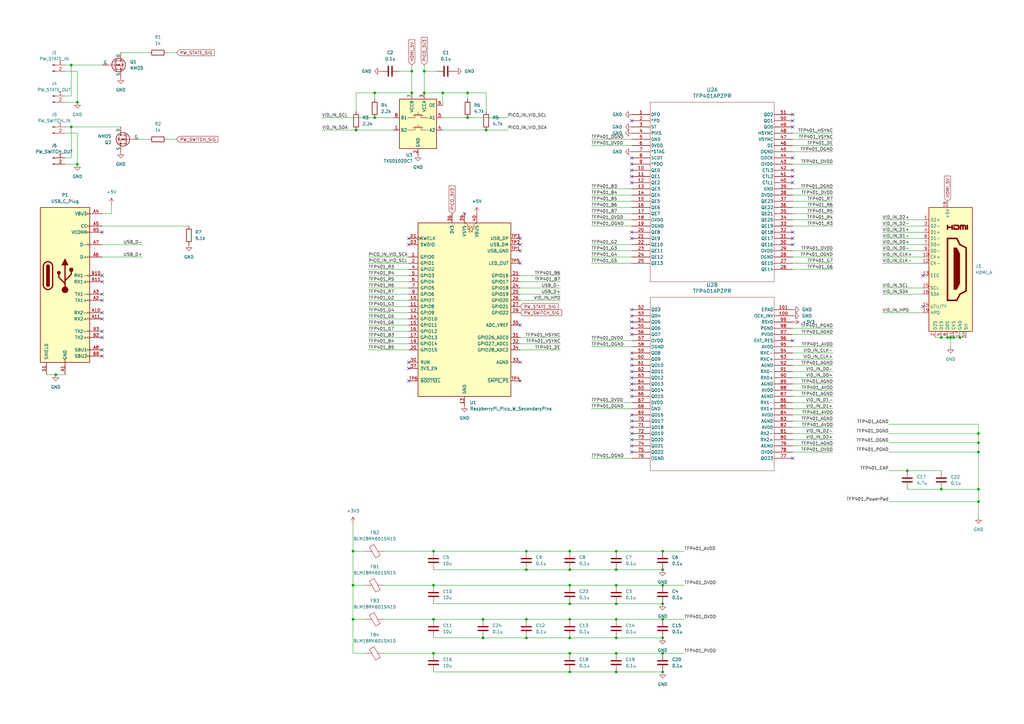
<source format=kicad_sch>
(kicad_sch (version 20231120) (generator "eeschema") (generator_version "8.0")
  (paper "A3")
  (lib_symbols
    (symbol "2024-08-11_03-25-27:TFP401APZPR" (pin_names (offset 0.254))
      (property "Reference" "U2" (at 33.02 10.16 0))
      (property "Value" "TFP401APZPR" (at 33.02 7.62 0))
      (symbol "TFP401APZPR_1_1"
        (pin input line (at 0 0 0) (length 7.62) (name "DFO") (number "1"))
        (pin output line (at 0 -22.86 0) (length 7.62) (name "QE0") (number "10"))
        (pin output line (at 0 -25.4 0) (length 7.62) (name "QE1") (number "11"))
        (pin output line (at 0 -27.94 0) (length 7.62) (name "QE2") (number "12"))
        (pin output line (at 0 -30.48 0) (length 7.62) (name "QE3") (number "13"))
        (pin output line (at 0 -33.02 0) (length 7.62) (name "QE4") (number "14"))
        (pin output line (at 0 -35.56 0) (length 7.62) (name "QE5") (number "15"))
        (pin output line (at 0 -38.1 0) (length 7.62) (name "QE6") (number "16"))
        (pin output line (at 0 -40.64 0) (length 7.62) (name "QE7") (number "17"))
        (pin power_in line (at 0 -43.18 0) (length 7.62) (name "OVDD") (number "18"))
        (pin power_in line (at 0 -45.72 0) (length 7.62) (name "OGND") (number "19"))
        (pin input line (at 0 -2.54 0) (length 7.62) (name "*PD") (number "2"))
        (pin output line (at 0 -48.26 0) (length 7.62) (name "QE8") (number "20"))
        (pin output line (at 0 -50.8 0) (length 7.62) (name "QE9") (number "21"))
        (pin output line (at 0 -53.34 0) (length 7.62) (name "QE10") (number "22"))
        (pin output line (at 0 -55.88 0) (length 7.62) (name "QE11") (number "23"))
        (pin output line (at 0 -58.42 0) (length 7.62) (name "QE12") (number "24"))
        (pin output line (at 0 -60.96 0) (length 7.62) (name "QE13") (number "25"))
        (pin output line (at 66.04 -63.5 180) (length 7.62) (name "QE14") (number "26"))
        (pin output line (at 66.04 -60.96 180) (length 7.62) (name "QE15") (number "27"))
        (pin power_in line (at 66.04 -58.42 180) (length 7.62) (name "OGND") (number "28"))
        (pin power_in line (at 66.04 -55.88 180) (length 7.62) (name "OVDD") (number "29"))
        (pin input line (at 0 -5.08 0) (length 7.62) (name "ST") (number "3"))
        (pin output line (at 66.04 -53.34 180) (length 7.62) (name "QE16") (number "30"))
        (pin output line (at 66.04 -50.8 180) (length 7.62) (name "QE17") (number "31"))
        (pin output line (at 66.04 -48.26 180) (length 7.62) (name "QE18") (number "32"))
        (pin output line (at 66.04 -45.72 180) (length 7.62) (name "QE19") (number "33"))
        (pin output line (at 66.04 -43.18 180) (length 7.62) (name "QE20") (number "34"))
        (pin output line (at 66.04 -40.64 180) (length 7.62) (name "QE21") (number "35"))
        (pin output line (at 66.04 -38.1 180) (length 7.62) (name "QE22") (number "36"))
        (pin output line (at 66.04 -35.56 180) (length 7.62) (name "QE23") (number "37"))
        (pin power_in line (at 66.04 -33.02 180) (length 7.62) (name "DVDD") (number "38"))
        (pin power_in line (at 66.04 -30.48 180) (length 7.62) (name "GND") (number "39"))
        (pin input line (at 0 -7.62 0) (length 7.62) (name "PIXS") (number "4"))
        (pin output line (at 66.04 -27.94 180) (length 7.62) (name "CTL1") (number "40"))
        (pin output line (at 66.04 -25.4 180) (length 7.62) (name "CTL2") (number "41"))
        (pin output line (at 66.04 -22.86 180) (length 7.62) (name "CTL3") (number "42"))
        (pin power_in line (at 66.04 -20.32 180) (length 7.62) (name "OVDD") (number "43"))
        (pin output line (at 66.04 -17.78 180) (length 7.62) (name "ODCK") (number "44"))
        (pin power_in line (at 66.04 -15.24 180) (length 7.62) (name "OGND") (number "45"))
        (pin output line (at 66.04 -12.7 180) (length 7.62) (name "DE") (number "46"))
        (pin power_in line (at 66.04 -10.16 180) (length 7.62) (name "VSYNC") (number "47"))
        (pin output line (at 66.04 -7.62 180) (length 7.62) (name "HSYNC") (number "48"))
        (pin output line (at 66.04 -5.08 180) (length 7.62) (name "QO0") (number "49"))
        (pin power_in line (at 0 -10.16 0) (length 7.62) (name "GND") (number "5"))
        (pin output line (at 66.04 -2.54 180) (length 7.62) (name "QO1") (number "50"))
        (pin output line (at 66.04 0 180) (length 7.62) (name "QO2") (number "51"))
        (pin power_in line (at 0 -12.7 0) (length 7.62) (name "DVDD") (number "6"))
        (pin input line (at 0 -15.24 0) (length 7.62) (name "*STAG") (number "7"))
        (pin output line (at 0 -17.78 0) (length 7.62) (name "SCDT") (number "8"))
        (pin input line (at 0 -20.32 0) (length 7.62) (name "*PDO") (number "9"))
      )
      (symbol "TFP401APZPR_2_1"
        (pin input line (at 66.04 -2.54 180) (length 7.62) (name "OCK_INV") (number "100"))
        (pin unspecified line (at 66.04 0 180) (length 7.62) (name "EPAD") (number "101"))
        (pin output line (at 0 0 0) (length 7.62) (name "QO3") (number "52"))
        (pin output line (at 0 -2.54 0) (length 7.62) (name "QO4") (number "53"))
        (pin output line (at 0 -5.08 0) (length 7.62) (name "QO5") (number "54"))
        (pin output line (at 0 -7.62 0) (length 7.62) (name "QO6") (number "55"))
        (pin output line (at 0 -10.16 0) (length 7.62) (name "QO7") (number "56"))
        (pin power_in line (at 0 -12.7 0) (length 7.62) (name "OVDD") (number "57"))
        (pin power_in line (at 0 -15.24 0) (length 7.62) (name "OGND") (number "58"))
        (pin output line (at 0 -17.78 0) (length 7.62) (name "QO8") (number "59"))
        (pin output line (at 0 -20.32 0) (length 7.62) (name "QO9") (number "60"))
        (pin output line (at 0 -22.86 0) (length 7.62) (name "QO10") (number "61"))
        (pin output line (at 0 -25.4 0) (length 7.62) (name "QO11") (number "62"))
        (pin output line (at 0 -27.94 0) (length 7.62) (name "QO12") (number "63"))
        (pin output line (at 0 -30.48 0) (length 7.62) (name "QO13") (number "64"))
        (pin output line (at 0 -33.02 0) (length 7.62) (name "QO14") (number "65"))
        (pin output line (at 0 -35.56 0) (length 7.62) (name "QO15") (number "66"))
        (pin power_in line (at 0 -38.1 0) (length 7.62) (name "DVDD") (number "67"))
        (pin power_in line (at 0 -40.64 0) (length 7.62) (name "GND") (number "68"))
        (pin output line (at 0 -43.18 0) (length 7.62) (name "QO16") (number "69"))
        (pin output line (at 0 -45.72 0) (length 7.62) (name "QO17") (number "70"))
        (pin output line (at 0 -48.26 0) (length 7.62) (name "QO18") (number "71"))
        (pin output line (at 0 -50.8 0) (length 7.62) (name "QO19") (number "72"))
        (pin output line (at 0 -53.34 0) (length 7.62) (name "QO20") (number "73"))
        (pin output line (at 0 -55.88 0) (length 7.62) (name "QO21") (number "74"))
        (pin output line (at 0 -58.42 0) (length 7.62) (name "QO22") (number "75"))
        (pin power_in line (at 0 -60.96 0) (length 7.62) (name "OGND") (number "76"))
        (pin output line (at 66.04 -60.96 180) (length 7.62) (name "QO23") (number "77"))
        (pin power_in line (at 66.04 -58.42 180) (length 7.62) (name "OVDD") (number "78"))
        (pin power_in line (at 66.04 -55.88 180) (length 7.62) (name "AGND") (number "79"))
        (pin input line (at 66.04 -53.34 180) (length 7.62) (name "RX2+") (number "80"))
        (pin input line (at 66.04 -50.8 180) (length 7.62) (name "RX2-") (number "81"))
        (pin power_in line (at 66.04 -48.26 180) (length 7.62) (name "AVDD") (number "82"))
        (pin power_in line (at 66.04 -45.72 180) (length 7.62) (name "AGND") (number "83"))
        (pin power_in line (at 66.04 -43.18 180) (length 7.62) (name "AVDD") (number "84"))
        (pin input line (at 66.04 -40.64 180) (length 7.62) (name "RX1+") (number "85"))
        (pin input line (at 66.04 -38.1 180) (length 7.62) (name "RX1-") (number "86"))
        (pin power_in line (at 66.04 -35.56 180) (length 7.62) (name "AGND") (number "87"))
        (pin power_in line (at 66.04 -33.02 180) (length 7.62) (name "AVDD") (number "88"))
        (pin power_in line (at 66.04 -30.48 180) (length 7.62) (name "AGND") (number "89"))
        (pin input line (at 66.04 -27.94 180) (length 7.62) (name "RX0+") (number "90"))
        (pin input line (at 66.04 -25.4 180) (length 7.62) (name "RX0-") (number "91"))
        (pin power_in line (at 66.04 -22.86 180) (length 7.62) (name "AGND") (number "92"))
        (pin input line (at 66.04 -20.32 180) (length 7.62) (name "RXC+") (number "93"))
        (pin input line (at 66.04 -17.78 180) (length 7.62) (name "RXC-") (number "94"))
        (pin power_in line (at 66.04 -15.24 180) (length 7.62) (name "AVDD") (number "95"))
        (pin input line (at 66.04 -12.7 180) (length 7.62) (name "EXT_RES") (number "96"))
        (pin power_in line (at 66.04 -10.16 180) (length 7.62) (name "PVDD") (number "97"))
        (pin power_in line (at 66.04 -7.62 180) (length 7.62) (name "PGND") (number "98"))
        (pin unspecified line (at 66.04 -5.08 180) (length 7.62) (name "RSVD") (number "99"))
      )
    )
    (symbol "Connector:Conn_01x02_Pin" (pin_names (offset 1.016) hide)
      (property "Reference" "J" (at 0 2.54 0))
      (property "Value" "Conn_01x02_Pin" (at 0 -5.08 0))
      (symbol "Conn_01x02_Pin_1_1"
        (pin passive line (at 5.08 0 180) (length 3.81) (name "Pin_1") (number "1"))
        (pin passive line (at 5.08 -2.54 180) (length 3.81) (name "Pin_2") (number "2"))
      )
    )
    (symbol "Connector:HDMI_A"
      (property "Reference" "J" (at -6.35 26.67 0))
      (property "Value" "HDMI_A" (at 10.16 26.67 0))
      (symbol "HDMI_A_1_1"
        (pin passive line (at -10.16 20.32 0) (length 2.54) (name "D2+") (number "1"))
        (pin passive line (at -10.16 5.08 0) (length 2.54) (name "CK+") (number "10"))
        (pin power_in line (at 2.54 -27.94 90) (length 2.54) (name "CKS") (number "11"))
        (pin passive line (at -10.16 2.54 0) (length 2.54) (name "CK-") (number "12"))
        (pin bidirectional line (at -10.16 -2.54 0) (length 2.54) (name "CEC") (number "13"))
        (pin passive line (at -10.16 -15.24 0) (length 2.54) (name "UTILITY") (number "14"))
        (pin passive line (at -10.16 -7.62 0) (length 2.54) (name "SCL") (number "15"))
        (pin bidirectional line (at -10.16 -10.16 0) (length 2.54) (name "SDA") (number "16"))
        (pin power_in line (at 5.08 -27.94 90) (length 2.54) (name "GND") (number "17"))
        (pin power_in line (at 0 27.94 270) (length 2.54) (name "+5V") (number "18"))
        (pin passive line (at -10.16 -17.78 0) (length 2.54) (name "HPD") (number "19"))
        (pin power_in line (at -5.08 -27.94 90) (length 2.54) (name "D2S") (number "2"))
        (pin passive line (at -10.16 17.78 0) (length 2.54) (name "D2-") (number "3"))
        (pin passive line (at -10.16 15.24 0) (length 2.54) (name "D1+") (number "4"))
        (pin power_in line (at -2.54 -27.94 90) (length 2.54) (name "D1S") (number "5"))
        (pin passive line (at -10.16 12.7 0) (length 2.54) (name "D1-") (number "6"))
        (pin passive line (at -10.16 10.16 0) (length 2.54) (name "D0+") (number "7"))
        (pin power_in line (at 0 -27.94 90) (length 2.54) (name "D0S") (number "8"))
        (pin passive line (at -10.16 7.62 0) (length 2.54) (name "D0-") (number "9"))
        (pin passive line (at 7.62 -27.94 90) (length 2.54) (name "SH") (number "SH"))
      )
    )
    (symbol "Connector:USB_C_Plug" (pin_names (offset 1.016))
      (property "Reference" "P" (at -10.16 29.21 0))
      (property "Value" "USB_C_Plug" (at 10.16 29.21 0))
      (symbol "USB_C_Plug_1_1"
        (pin passive line (at 0 -40.64 90) (length 5.08) (name "GND") (number "A1"))
        (pin bidirectional line (at 15.24 -15.24 180) (length 5.08) (name "RX2-") (number "A10"))
        (pin bidirectional line (at 15.24 -17.78 180) (length 5.08) (name "RX2+") (number "A11"))
        (pin passive line (at 0 -40.64 90) (length 5.08) hide (name "GND") (number "A12"))
        (pin bidirectional line (at 15.24 -10.16 180) (length 5.08) (name "TX1+") (number "A2"))
        (pin bidirectional line (at 15.24 -7.62 180) (length 5.08) (name "TX1-") (number "A3"))
        (pin passive line (at 15.24 25.4 180) (length 5.08) (name "VBUS") (number "A4"))
        (pin bidirectional line (at 15.24 20.32 180) (length 5.08) (name "CC") (number "A5"))
        (pin bidirectional line (at 15.24 7.62 180) (length 5.08) (name "D+") (number "A6"))
        (pin bidirectional line (at 15.24 12.7 180) (length 5.08) (name "D-") (number "A7"))
        (pin bidirectional line (at 15.24 -30.48 180) (length 5.08) (name "SBU1") (number "A8"))
        (pin passive line (at 15.24 25.4 180) (length 5.08) hide (name "VBUS") (number "A9"))
        (pin passive line (at 0 -40.64 90) (length 5.08) hide (name "GND") (number "B1"))
        (pin bidirectional line (at 15.24 0 180) (length 5.08) (name "RX1-") (number "B10"))
        (pin bidirectional line (at 15.24 -2.54 180) (length 5.08) (name "RX1+") (number "B11"))
        (pin passive line (at 0 -40.64 90) (length 5.08) hide (name "GND") (number "B12"))
        (pin bidirectional line (at 15.24 -25.4 180) (length 5.08) (name "TX2+") (number "B2"))
        (pin bidirectional line (at 15.24 -22.86 180) (length 5.08) (name "TX2-") (number "B3"))
        (pin passive line (at 15.24 25.4 180) (length 5.08) hide (name "VBUS") (number "B4"))
        (pin bidirectional line (at 15.24 17.78 180) (length 5.08) (name "VCONN") (number "B5"))
        (pin bidirectional line (at 15.24 -33.02 180) (length 5.08) (name "SBU2") (number "B8"))
        (pin passive line (at 15.24 25.4 180) (length 5.08) hide (name "VBUS") (number "B9"))
        (pin passive line (at -7.62 -40.64 90) (length 5.08) (name "SHIELD") (number "S1"))
      )
    )
    (symbol "Device:C" (pin_numbers hide) (pin_names (offset 0.254))
      (property "Reference" "C" (at 0.635 2.54 0))
      (property "Value" "C" (at 0.635 -2.54 0))
      (symbol "C_1_1"
        (pin passive line (at 0 3.81 270) (length 2.794) (name "~") (number "1"))
        (pin passive line (at 0 -3.81 90) (length 2.794) (name "~") (number "2"))
      )
    )
    (symbol "Device:FerriteBead" (pin_numbers hide) (pin_names (offset 0))
      (property "Reference" "FB" (at -3.81 0.635 90))
      (property "Value" "FerriteBead" (at 3.81 0 90))
      (symbol "FerriteBead_1_1"
        (pin passive line (at 0 3.81 270) (length 2.54) (name "~") (number "1"))
        (pin passive line (at 0 -3.81 90) (length 2.54) (name "~") (number "2"))
      )
    )
    (symbol "Device:R" (pin_numbers hide) (pin_names (offset 0))
      (property "Reference" "R" (at 2.032 0 90))
      (property "Value" "R" (at 0 0 90))
      (symbol "R_1_1"
        (pin passive line (at 0 3.81 270) (length 1.27) (name "~") (number "1"))
        (pin passive line (at 0 -3.81 90) (length 1.27) (name "~") (number "2"))
      )
    )
    (symbol "Logic_LevelTranslator:TXS0102DCT"
      (property "Reference" "U" (at -6.35 11.43 0))
      (property "Value" "TXS0102DCT" (at 3.81 11.43 0))
      (symbol "TXS0102DCT_1_1"
        (pin bidirectional line (at 10.16 -2.54 180) (length 2.54) (name "B2") (number "1"))
        (pin power_in line (at 0 -12.7 90) (length 2.54) (name "GND") (number "2"))
        (pin power_in line (at -2.54 12.7 270) (length 2.54) (name "VCCA") (number "3"))
        (pin bidirectional line (at -10.16 -2.54 0) (length 2.54) (name "A2") (number "4"))
        (pin bidirectional line (at -10.16 2.54 0) (length 2.54) (name "A1") (number "5"))
        (pin input line (at -10.16 7.62 0) (length 2.54) (name "OE") (number "6"))
        (pin power_in line (at 2.54 12.7 270) (length 2.54) (name "VCCB") (number "7"))
        (pin bidirectional line (at 10.16 2.54 180) (length 2.54) (name "B1") (number "8"))
      )
    )
    (symbol "MCU_Module_RaspberryPi_Pico:RaspberryPi_Pico_W_SecondaryPins" (pin_names (offset 0.889))
      (property "Reference" "U" (at -19.05 38.1 0))
      (property "Value" "RaspberryPi_Pico_W_SecondaryPins" (at 7.62 38.1 0))
      (symbol "RaspberryPi_Pico_W_SecondaryPins_1_1"
        (pin bidirectional line (at -22.86 22.86 0) (length 3.81) (name "GPIO0") (number "1"))
        (pin bidirectional line (at -22.86 5.08 0) (length 3.81) (name "GPIO7") (number "10"))
        (pin bidirectional line (at -22.86 2.54 0) (length 3.81) (name "GPIO8") (number "11"))
        (pin bidirectional line (at -22.86 0 0) (length 3.81) (name "GPIO9") (number "12"))
        (pin power_out line (at 0 -38.1 90) (length 3.81) (name "GND") (number "13"))
        (pin bidirectional line (at -22.86 -2.54 0) (length 3.81) (name "GPIO10") (number "14"))
        (pin bidirectional line (at -22.86 -5.08 0) (length 3.81) (name "GPIO11") (number "15"))
        (pin bidirectional line (at -22.86 -7.62 0) (length 3.81) (name "GPIO12") (number "16"))
        (pin bidirectional line (at -22.86 -10.16 0) (length 3.81) (name "GPIO13") (number "17"))
        (pin passive line (at 0 -38.1 90) (length 3.81) hide (name "GND") (number "18"))
        (pin bidirectional line (at -22.86 -12.7 0) (length 3.81) (name "GPIO14") (number "19"))
        (pin bidirectional line (at -22.86 20.32 0) (length 3.81) (name "GPIO1") (number "2"))
        (pin bidirectional line (at -22.86 -15.24 0) (length 3.81) (name "GPIO15") (number "20"))
        (pin bidirectional line (at 22.86 15.24 180) (length 3.81) (name "GPIO16") (number "21"))
        (pin bidirectional line (at 22.86 12.7 180) (length 3.81) (name "GPIO17") (number "22"))
        (pin passive line (at 0 -38.1 90) (length 3.81) hide (name "GND") (number "23"))
        (pin bidirectional line (at 22.86 10.16 180) (length 3.81) (name "GPIO18") (number "24"))
        (pin bidirectional line (at 22.86 7.62 180) (length 3.81) (name "GPIO19") (number "25"))
        (pin bidirectional line (at 22.86 5.08 180) (length 3.81) (name "GPIO20") (number "26"))
        (pin bidirectional line (at 22.86 2.54 180) (length 3.81) (name "GPIO21") (number "27"))
        (pin passive line (at 0 -38.1 90) (length 3.81) hide (name "GND") (number "28"))
        (pin bidirectional line (at 22.86 0 180) (length 3.81) (name "GPIO22") (number "29"))
        (pin passive line (at 0 -38.1 90) (length 3.81) hide (name "GND") (number "3"))
        (pin input line (at -22.86 -20.32 0) (length 3.81) (name "RUN") (number "30"))
        (pin bidirectional line (at 22.86 -10.16 180) (length 3.81) (name "GPIO26_ADC0") (number "31"))
        (pin bidirectional line (at 22.86 -12.7 180) (length 3.81) (name "GPIO27_ADC1") (number "32"))
        (pin power_in line (at 22.86 -20.32 180) (length 3.81) (name "AGND") (number "33"))
        (pin bidirectional line (at 22.86 -15.24 180) (length 3.81) (name "GPIO28_ADC2") (number "34"))
        (pin power_in line (at 22.86 -5.08 180) (length 3.81) (name "ADC_VREF") (number "35"))
        (pin power_out line (at -5.08 40.64 270) (length 3.81) (name "3V3") (number "36"))
        (pin input line (at -22.86 -22.86 0) (length 3.81) (name "3V3_EN") (number "37"))
        (pin passive line (at 0 -38.1 90) (length 3.81) hide (name "GND") (number "38"))
        (pin power_in line (at 0 40.64 270) (length 3.81) (name "VSYS") (number "39"))
        (pin bidirectional line (at -22.86 17.78 0) (length 3.81) (name "GPIO2") (number "4"))
        (pin power_out line (at 5.08 40.64 270) (length 3.81) (name "VBUS") (number "40"))
        (pin bidirectional line (at -22.86 15.24 0) (length 3.81) (name "GPIO3") (number "5"))
        (pin bidirectional line (at -22.86 12.7 0) (length 3.81) (name "GPIO4") (number "6"))
        (pin bidirectional line (at -22.86 10.16 0) (length 3.81) (name "GPIO5") (number "7"))
        (pin passive line (at 0 -38.1 90) (length 3.81) hide (name "GND") (number "8"))
        (pin bidirectional line (at -22.86 7.62 0) (length 3.81) (name "GPIO6") (number "9"))
        (pin input clock (at -22.86 30.48 0) (length 3.81) (name "SWCLK") (number "D1"))
        (pin passive line (at 0 -38.1 90) (length 3.81) hide (name "GND") (number "D2"))
        (pin bidirectional line (at -22.86 27.94 0) (length 3.81) (name "SWDIO") (number "D3"))
        (pin power_out line (at 22.86 25.4 180) (length 3.81) (name "USB_GND") (number "TP1"))
        (pin bidirectional line (at 22.86 27.94 180) (length 3.81) (name "USB_DM") (number "TP2"))
        (pin bidirectional line (at 22.86 30.48 180) (length 3.81) (name "USB_DP") (number "TP3"))
        (pin no_connect line (at 22.86 -27.94 180) (length 3.81) (name "~{SMPS_PS}") (number "TP4"))
        (pin output line (at 22.86 20.32 180) (length 3.81) (name "LED_OUT") (number "TP5"))
        (pin input line (at -22.86 -27.94 0) (length 3.81) (name "~{BOOTSEL}") (number "TP6"))
      )
    )
    (symbol "Simulation_SPICE:NMOS" (pin_numbers hide) (pin_names (offset 0))
      (property "Reference" "Q" (at 5.08 1.27 0))
      (property "Value" "NMOS" (at 5.08 -1.27 0))
      (symbol "NMOS_1_1"
        (pin passive line (at 2.54 5.08 270) (length 2.54) (name "D") (number "1"))
        (pin input line (at -5.08 0 0) (length 2.54) (name "G") (number "2"))
        (pin passive line (at 2.54 -5.08 90) (length 2.54) (name "S") (number "3"))
      )
    )
    (symbol "TFP401APZPR_1" (pin_names (offset 0.254))
      (property "Reference" "U2" (at 33.02 10.16 0))
      (property "Value" "TFP401APZPR" (at 33.02 7.62 0))
      (symbol "TFP401APZPR_1_1_1"
        (pin input line (at 0 0 0) (length 7.62) (name "DFO") (number "1"))
        (pin output line (at 0 -22.86 0) (length 7.62) (name "QE0") (number "10"))
        (pin output line (at 0 -25.4 0) (length 7.62) (name "QE1") (number "11"))
        (pin output line (at 0 -27.94 0) (length 7.62) (name "QE2") (number "12"))
        (pin output line (at 0 -30.48 0) (length 7.62) (name "QE3") (number "13"))
        (pin output line (at 0 -33.02 0) (length 7.62) (name "QE4") (number "14"))
        (pin output line (at 0 -35.56 0) (length 7.62) (name "QE5") (number "15"))
        (pin output line (at 0 -38.1 0) (length 7.62) (name "QE6") (number "16"))
        (pin output line (at 0 -40.64 0) (length 7.62) (name "QE7") (number "17"))
        (pin power_in line (at 0 -43.18 0) (length 7.62) (name "OVDD") (number "18"))
        (pin power_in line (at 0 -45.72 0) (length 7.62) (name "OGND") (number "19"))
        (pin input line (at 0 -2.54 0) (length 7.62) (name "*PD") (number "2"))
        (pin output line (at 0 -48.26 0) (length 7.62) (name "QE8") (number "20"))
        (pin output line (at 0 -50.8 0) (length 7.62) (name "QE9") (number "21"))
        (pin output line (at 0 -53.34 0) (length 7.62) (name "QE10") (number "22"))
        (pin output line (at 0 -55.88 0) (length 7.62) (name "QE11") (number "23"))
        (pin output line (at 0 -58.42 0) (length 7.62) (name "QE12") (number "24"))
        (pin output line (at 0 -60.96 0) (length 7.62) (name "QE13") (number "25"))
        (pin output line (at 66.04 -63.5 180) (length 7.62) (name "QE14") (number "26"))
        (pin output line (at 66.04 -60.96 180) (length 7.62) (name "QE15") (number "27"))
        (pin power_in line (at 66.04 -58.42 180) (length 7.62) (name "OGND") (number "28"))
        (pin power_in line (at 66.04 -55.88 180) (length 7.62) (name "OVDD") (number "29"))
        (pin input line (at 0 -5.08 0) (length 7.62) (name "ST") (number "3"))
        (pin output line (at 66.04 -53.34 180) (length 7.62) (name "QE16") (number "30"))
        (pin output line (at 66.04 -50.8 180) (length 7.62) (name "QE17") (number "31"))
        (pin output line (at 66.04 -48.26 180) (length 7.62) (name "QE18") (number "32"))
        (pin output line (at 66.04 -45.72 180) (length 7.62) (name "QE19") (number "33"))
        (pin output line (at 66.04 -43.18 180) (length 7.62) (name "QE20") (number "34"))
        (pin output line (at 66.04 -40.64 180) (length 7.62) (name "QE21") (number "35"))
        (pin output line (at 66.04 -38.1 180) (length 7.62) (name "QE22") (number "36"))
        (pin output line (at 66.04 -35.56 180) (length 7.62) (name "QE23") (number "37"))
        (pin power_in line (at 66.04 -33.02 180) (length 7.62) (name "DVDD") (number "38"))
        (pin power_in line (at 66.04 -30.48 180) (length 7.62) (name "GND") (number "39"))
        (pin input line (at 0 -7.62 0) (length 7.62) (name "PIXS") (number "4"))
        (pin output line (at 66.04 -27.94 180) (length 7.62) (name "CTL1") (number "40"))
        (pin output line (at 66.04 -25.4 180) (length 7.62) (name "CTL2") (number "41"))
        (pin output line (at 66.04 -22.86 180) (length 7.62) (name "CTL3") (number "42"))
        (pin power_in line (at 66.04 -20.32 180) (length 7.62) (name "OVDD") (number "43"))
        (pin output line (at 66.04 -17.78 180) (length 7.62) (name "ODCK") (number "44"))
        (pin power_in line (at 66.04 -15.24 180) (length 7.62) (name "OGND") (number "45"))
        (pin output line (at 66.04 -12.7 180) (length 7.62) (name "DE") (number "46"))
        (pin power_in line (at 66.04 -10.16 180) (length 7.62) (name "VSYNC") (number "47"))
        (pin output line (at 66.04 -7.62 180) (length 7.62) (name "HSYNC") (number "48"))
        (pin output line (at 66.04 -5.08 180) (length 7.62) (name "QO0") (number "49"))
        (pin power_in line (at 0 -10.16 0) (length 7.62) (name "GND") (number "5"))
        (pin output line (at 66.04 -2.54 180) (length 7.62) (name "QO1") (number "50"))
        (pin output line (at 66.04 0 180) (length 7.62) (name "QO2") (number "51"))
        (pin power_in line (at 0 -12.7 0) (length 7.62) (name "DVDD") (number "6"))
        (pin input line (at 0 -15.24 0) (length 7.62) (name "*STAG") (number "7"))
        (pin output line (at 0 -17.78 0) (length 7.62) (name "SCDT") (number "8"))
        (pin input line (at 0 -20.32 0) (length 7.62) (name "*PDO") (number "9"))
      )
      (symbol "TFP401APZPR_1_2_1"
        (pin input line (at 66.04 -2.54 180) (length 7.62) (name "OCK_INV") (number "100"))
        (pin unspecified line (at 66.04 0 180) (length 7.62) (name "EPAD") (number "101"))
        (pin output line (at 0 0 0) (length 7.62) (name "QO3") (number "52"))
        (pin output line (at 0 -2.54 0) (length 7.62) (name "QO4") (number "53"))
        (pin output line (at 0 -5.08 0) (length 7.62) (name "QO5") (number "54"))
        (pin output line (at 0 -7.62 0) (length 7.62) (name "QO6") (number "55"))
        (pin output line (at 0 -10.16 0) (length 7.62) (name "QO7") (number "56"))
        (pin power_in line (at 0 -12.7 0) (length 7.62) (name "OVDD") (number "57"))
        (pin power_in line (at 0 -15.24 0) (length 7.62) (name "OGND") (number "58"))
        (pin output line (at 0 -17.78 0) (length 7.62) (name "QO8") (number "59"))
        (pin output line (at 0 -20.32 0) (length 7.62) (name "QO9") (number "60"))
        (pin output line (at 0 -22.86 0) (length 7.62) (name "QO10") (number "61"))
        (pin output line (at 0 -25.4 0) (length 7.62) (name "QO11") (number "62"))
        (pin output line (at 0 -27.94 0) (length 7.62) (name "QO12") (number "63"))
        (pin output line (at 0 -30.48 0) (length 7.62) (name "QO13") (number "64"))
        (pin output line (at 0 -33.02 0) (length 7.62) (name "QO14") (number "65"))
        (pin output line (at 0 -35.56 0) (length 7.62) (name "QO15") (number "66"))
        (pin power_in line (at 0 -38.1 0) (length 7.62) (name "DVDD") (number "67"))
        (pin power_in line (at 0 -40.64 0) (length 7.62) (name "GND") (number "68"))
        (pin output line (at 0 -43.18 0) (length 7.62) (name "QO16") (number "69"))
        (pin output line (at 0 -45.72 0) (length 7.62) (name "QO17") (number "70"))
        (pin output line (at 0 -48.26 0) (length 7.62) (name "QO18") (number "71"))
        (pin output line (at 0 -50.8 0) (length 7.62) (name "QO19") (number "72"))
        (pin output line (at 0 -53.34 0) (length 7.62) (name "QO20") (number "73"))
        (pin output line (at 0 -55.88 0) (length 7.62) (name "QO21") (number "74"))
        (pin output line (at 0 -58.42 0) (length 7.62) (name "QO22") (number "75"))
        (pin power_in line (at 0 -60.96 0) (length 7.62) (name "OGND") (number "76"))
        (pin output line (at 66.04 -60.96 180) (length 7.62) (name "QO23") (number "77"))
        (pin power_in line (at 66.04 -58.42 180) (length 7.62) (name "OVDD") (number "78"))
        (pin power_in line (at 66.04 -55.88 180) (length 7.62) (name "AGND") (number "79"))
        (pin input line (at 66.04 -53.34 180) (length 7.62) (name "RX2+") (number "80"))
        (pin input line (at 66.04 -50.8 180) (length 7.62) (name "RX2-") (number "81"))
        (pin power_in line (at 66.04 -48.26 180) (length 7.62) (name "AVDD") (number "82"))
        (pin power_in line (at 66.04 -45.72 180) (length 7.62) (name "AGND") (number "83"))
        (pin power_in line (at 66.04 -43.18 180) (length 7.62) (name "AVDD") (number "84"))
        (pin input line (at 66.04 -40.64 180) (length 7.62) (name "RX1+") (number "85"))
        (pin input line (at 66.04 -38.1 180) (length 7.62) (name "RX1-") (number "86"))
        (pin power_in line (at 66.04 -35.56 180) (length 7.62) (name "AGND") (number "87"))
        (pin power_in line (at 66.04 -33.02 180) (length 7.62) (name "AVDD") (number "88"))
        (pin power_in line (at 66.04 -30.48 180) (length 7.62) (name "AGND") (number "89"))
        (pin input line (at 66.04 -27.94 180) (length 7.62) (name "RX0+") (number "90"))
        (pin input line (at 66.04 -25.4 180) (length 7.62) (name "RX0-") (number "91"))
        (pin power_in line (at 66.04 -22.86 180) (length 7.62) (name "AGND") (number "92"))
        (pin input line (at 66.04 -20.32 180) (length 7.62) (name "RXC+") (number "93"))
        (pin input line (at 66.04 -17.78 180) (length 7.62) (name "RXC-") (number "94"))
        (pin power_in line (at 66.04 -15.24 180) (length 7.62) (name "AVDD") (number "95"))
        (pin input line (at 66.04 -12.7 180) (length 7.62) (name "EXT_RES") (number "96"))
        (pin power_in line (at 66.04 -10.16 180) (length 7.62) (name "PVDD") (number "97"))
        (pin power_in line (at 66.04 -7.62 180) (length 7.62) (name "PGND") (number "98"))
        (pin unspecified line (at 66.04 -5.08 180) (length 7.62) (name "RSVD") (number "99"))
      )
    )
    (symbol "power:+3V3" (power) (pin_numbers hide) (pin_names (offset 0) hide)
      (property "Value" "+3V3" (at 0 3.556 0))
      (symbol "+3V3_1_1"
        (pin power_in line (at 0 0 90) (length 0) (name "~") (number "1"))
      )
    )
    (symbol "power:+5V" (power) (pin_numbers hide) (pin_names (offset 0) hide)
      (property "Value" "+5V" (at 0 3.556 0))
      (symbol "+5V_1_1"
        (pin power_in line (at 0 0 90) (length 0) (name "~") (number "1"))
      )
    )
    (symbol "power:GND" (power) (pin_numbers hide) (pin_names (offset 0) hide)
      (property "Value" "GND" (at 0 -3.81 0))
      (symbol "GND_1_1"
        (pin power_in line (at 0 0 270) (length 0) (name "~") (number "1"))
      )
    )
  )
  (junction (at 386.08 200.66))
  (junction (at 173.99 29.21))
  (junction (at 401.32 181.61))
  (junction (at 252.73 226.06))
  (junction (at 393.7 138.43))
  (junction (at 389.89 138.43))
  (junction (at 271.78 254))
  (junction (at 173.99 38.1))
  (junction (at 252.73 233.68))
  (junction (at 144.78 254))
  (junction (at 29.21 26.67))
  (junction (at 233.68 261.62))
  (junction (at 199.39 53.34))
  (junction (at 271.78 240.03))
  (junction (at 271.78 267.97))
  (junction (at 233.68 226.06))
  (junction (at 401.32 185.42))
  (junction (at 153.67 48.26))
  (junction (at 177.8 267.97))
  (junction (at 386.08 138.43))
  (junction (at 391.16 138.43))
  (junction (at 177.8 240.03))
  (junction (at 198.12 254))
  (junction (at 401.32 205.74))
  (junction (at 252.73 261.62))
  (junction (at 144.78 240.03))
  (junction (at 215.9 233.68))
  (junction (at 271.78 247.65))
  (junction (at 177.8 226.06))
  (junction (at 168.91 38.1))
  (junction (at 215.9 254))
  (junction (at 22.86 153.67))
  (junction (at 198.12 261.62))
  (junction (at 271.78 261.62))
  (junction (at 233.68 254))
  (junction (at 233.68 233.68))
  (junction (at 215.9 226.06))
  (junction (at 168.91 29.21))
  (junction (at 233.68 240.03))
  (junction (at 31.75 67.31))
  (junction (at 31.75 41.91))
  (junction (at 181.61 38.1))
  (junction (at 233.68 275.59))
  (junction (at 271.78 275.59))
  (junction (at 29.21 52.07))
  (junction (at 146.05 53.34))
  (junction (at 388.62 138.43))
  (junction (at 252.73 254))
  (junction (at 233.68 247.65))
  (junction (at 252.73 275.59))
  (junction (at 252.73 247.65))
  (junction (at 252.73 240.03))
  (junction (at 215.9 261.62))
  (junction (at 271.78 226.06))
  (junction (at 233.68 267.97))
  (junction (at 191.77 48.26))
  (junction (at 177.8 254))
  (junction (at 144.78 226.06))
  (junction (at 191.77 38.1))
  (junction (at 372.11 193.04))
  (junction (at 401.32 177.8))
  (junction (at 271.78 233.68))
  (junction (at 401.32 200.66))
  (junction (at 252.73 267.97))
  (junction (at 153.67 38.1))
  (no_connect (at 259.08 154.94))
  (no_connect (at 259.08 182.88))
  (no_connect (at 325.12 187.96))
  (no_connect (at 259.08 175.26))
  (no_connect (at 259.08 134.62))
  (no_connect (at 41.91 128.27))
  (no_connect (at 259.08 162.56))
  (no_connect (at 259.08 64.77))
  (no_connect (at 325.12 97.79))
  (no_connect (at 190.5 87.63))
  (no_connect (at 167.64 148.59))
  (no_connect (at 41.91 130.81))
  (no_connect (at 41.91 143.51))
  (no_connect (at 41.91 123.19))
  (no_connect (at 41.91 146.05))
  (no_connect (at 325.12 49.53))
  (no_connect (at 378.46 125.73))
  (no_connect (at 213.36 148.59))
  (no_connect (at 167.64 100.33))
  (no_connect (at 259.08 172.72))
  (no_connect (at 259.08 137.16))
  (no_connect (at 213.36 102.87))
  (no_connect (at 259.08 49.53))
  (no_connect (at 259.08 95.25))
  (no_connect (at 41.91 95.25))
  (no_connect (at 259.08 170.18))
  (no_connect (at 41.91 115.57))
  (no_connect (at 41.91 120.65))
  (no_connect (at 325.12 139.7))
  (no_connect (at 259.08 185.42))
  (no_connect (at 259.08 129.54))
  (no_connect (at 41.91 138.43))
  (no_connect (at 167.64 97.79))
  (no_connect (at 167.64 151.13))
  (no_connect (at 259.08 157.48))
  (no_connect (at 213.36 97.79))
  (no_connect (at 213.36 107.95))
  (no_connect (at 259.08 127))
  (no_connect (at 325.12 72.39))
  (no_connect (at 259.08 180.34))
  (no_connect (at 41.91 113.03))
  (no_connect (at 259.08 152.4))
  (no_connect (at 259.08 160.02))
  (no_connect (at 259.08 147.32))
  (no_connect (at 259.08 149.86))
  (no_connect (at 259.08 69.85))
  (no_connect (at 325.12 100.33))
  (no_connect (at 41.91 135.89))
  (no_connect (at 259.08 144.78))
  (no_connect (at 213.36 133.35))
  (no_connect (at 259.08 74.93))
  (no_connect (at 325.12 69.85))
  (no_connect (at 259.08 72.39))
  (no_connect (at 259.08 132.08))
  (no_connect (at 259.08 177.8))
  (no_connect (at 213.36 100.33))
  (no_connect (at 325.12 52.07))
  (no_connect (at 325.12 46.99))
  (no_connect (at 259.08 97.79))
  (no_connect (at 325.12 64.77))
  (no_connect (at 167.64 156.21))
  (no_connect (at 378.46 113.03))
  (no_connect (at 325.12 74.93))
  (no_connect (at 259.08 67.31))
  (no_connect (at 325.12 95.25))
  (wire (pts (xy 341.63 90.17) (xy 325.12 90.17)))
  (wire (pts (xy 325.12 54.61) (xy 341.63 54.61)))
  (wire (pts (xy 215.9 261.62) (xy 233.68 261.62)))
  (wire (pts (xy 388.62 138.43) (xy 389.89 138.43)))
  (wire (pts (xy 325.12 77.47) (xy 341.63 77.47)))
  (wire (pts (xy 325.12 59.69) (xy 341.63 59.69)))
  (wire (pts (xy 215.9 226.06) (xy 233.68 226.06)))
  (wire (pts (xy 341.63 165.1) (xy 325.12 165.1)))
  (wire (pts (xy 259.08 165.1) (xy 242.57 165.1)))
  (wire (pts (xy 364.49 185.42) (xy 401.32 185.42)))
  (wire (pts (xy 22.86 153.67) (xy 26.67 153.67)))
  (wire (pts (xy 259.08 167.64) (xy 242.57 167.64)))
  (wire (pts (xy 144.78 254) (xy 144.78 267.97)))
  (wire (pts (xy 252.73 240.03) (xy 271.78 240.03)))
  (wire (pts (xy 325.12 105.41) (xy 341.63 105.41)))
  (wire (pts (xy 151.13 130.81) (xy 167.64 130.81)))
  (wire (pts (xy 341.63 144.78) (xy 325.12 144.78)))
  (wire (pts (xy 391.16 138.43) (xy 393.7 138.43)))
  (wire (pts (xy 26.67 54.61) (xy 31.75 54.61)))
  (wire (pts (xy 157.48 254) (xy 177.8 254)))
  (wire (pts (xy 26.67 26.67) (xy 29.21 26.67)))
  (wire (pts (xy 173.99 26.67) (xy 173.99 29.21)))
  (wire (pts (xy 252.73 254) (xy 271.78 254)))
  (wire (pts (xy 361.95 120.65) (xy 378.46 120.65)))
  (wire (pts (xy 41.91 105.41) (xy 58.42 105.41)))
  (wire (pts (xy 325.12 142.24) (xy 341.63 142.24)))
  (wire (pts (xy 242.57 85.09) (xy 259.08 85.09)))
  (wire (pts (xy 181.61 53.34) (xy 199.39 53.34)))
  (wire (pts (xy 325.12 160.02) (xy 341.63 160.02)))
  (wire (pts (xy 325.12 62.23) (xy 341.63 62.23)))
  (wire (pts (xy 325.12 172.72) (xy 341.63 172.72)))
  (wire (pts (xy 199.39 38.1) (xy 191.77 38.1)))
  (wire (pts (xy 49.53 21.59) (xy 60.96 21.59)))
  (wire (pts (xy 325.12 157.48) (xy 341.63 157.48)))
  (wire (pts (xy 144.78 254) (xy 149.86 254)))
  (wire (pts (xy 151.13 138.43) (xy 167.64 138.43)))
  (wire (pts (xy 157.48 226.06) (xy 177.8 226.06)))
  (wire (pts (xy 271.78 254) (xy 280.67 254)))
  (wire (pts (xy 242.57 107.95) (xy 259.08 107.95)))
  (wire (pts (xy 151.13 107.95) (xy 167.64 107.95)))
  (wire (pts (xy 144.78 240.03) (xy 149.86 240.03)))
  (wire (pts (xy 259.08 187.96) (xy 242.57 187.96)))
  (wire (pts (xy 361.95 107.95) (xy 378.46 107.95)))
  (wire (pts (xy 361.95 92.71) (xy 378.46 92.71)))
  (wire (pts (xy 401.32 177.8) (xy 401.32 173.99)))
  (wire (pts (xy 26.67 39.37) (xy 29.21 39.37)))
  (wire (pts (xy 389.89 138.43) (xy 391.16 138.43)))
  (wire (pts (xy 213.36 143.51) (xy 229.87 143.51)))
  (wire (pts (xy 252.73 275.59) (xy 271.78 275.59)))
  (wire (pts (xy 233.68 240.03) (xy 252.73 240.03)))
  (wire (pts (xy 177.8 226.06) (xy 215.9 226.06)))
  (wire (pts (xy 26.67 64.77) (xy 29.21 64.77)))
  (wire (pts (xy 361.95 95.25) (xy 378.46 95.25)))
  (wire (pts (xy 252.73 226.06) (xy 271.78 226.06)))
  (wire (pts (xy 29.21 39.37) (xy 29.21 26.67)))
  (wire (pts (xy 242.57 77.47) (xy 259.08 77.47)))
  (wire (pts (xy 177.8 240.03) (xy 233.68 240.03)))
  (wire (pts (xy 41.91 87.63) (xy 45.72 87.63)))
  (wire (pts (xy 177.8 267.97) (xy 233.68 267.97)))
  (wire (pts (xy 325.12 102.87) (xy 341.63 102.87)))
  (wire (pts (xy 325.12 185.42) (xy 341.63 185.42)))
  (wire (pts (xy 199.39 45.72) (xy 199.39 38.1)))
  (wire (pts (xy 341.63 92.71) (xy 325.12 92.71)))
  (wire (pts (xy 151.13 123.19) (xy 167.64 123.19)))
  (wire (pts (xy 361.95 128.27) (xy 378.46 128.27)))
  (wire (pts (xy 325.12 134.62) (xy 341.63 134.62)))
  (wire (pts (xy 41.91 92.71) (xy 77.47 92.71)))
  (wire (pts (xy 213.36 140.97) (xy 229.87 140.97)))
  (wire (pts (xy 153.67 38.1) (xy 168.91 38.1)))
  (wire (pts (xy 401.32 173.99) (xy 364.49 173.99)))
  (wire (pts (xy 198.12 261.62) (xy 215.9 261.62)))
  (wire (pts (xy 41.91 100.33) (xy 58.42 100.33)))
  (wire (pts (xy 213.36 138.43) (xy 229.87 138.43)))
  (wire (pts (xy 325.12 182.88) (xy 341.63 182.88)))
  (wire (pts (xy 386.08 138.43) (xy 388.62 138.43)))
  (wire (pts (xy 177.8 275.59) (xy 233.68 275.59)))
  (wire (pts (xy 242.57 80.01) (xy 259.08 80.01)))
  (wire (pts (xy 325.12 80.01) (xy 341.63 80.01)))
  (wire (pts (xy 401.32 200.66) (xy 401.32 205.74)))
  (wire (pts (xy 364.49 177.8) (xy 401.32 177.8)))
  (wire (pts (xy 252.73 261.62) (xy 271.78 261.62)))
  (wire (pts (xy 325.12 170.18) (xy 341.63 170.18)))
  (wire (pts (xy 383.54 138.43) (xy 386.08 138.43)))
  (wire (pts (xy 341.63 85.09) (xy 325.12 85.09)))
  (wire (pts (xy 45.72 83.82) (xy 45.72 87.63)))
  (wire (pts (xy 146.05 53.34) (xy 161.29 53.34)))
  (wire (pts (xy 229.87 113.03) (xy 213.36 113.03)))
  (wire (pts (xy 151.13 143.51) (xy 167.64 143.51)))
  (wire (pts (xy 31.75 54.61) (xy 31.75 67.31)))
  (wire (pts (xy 181.61 48.26) (xy 191.77 48.26)))
  (wire (pts (xy 144.78 240.03) (xy 144.78 254)))
  (wire (pts (xy 242.57 90.17) (xy 259.08 90.17)))
  (wire (pts (xy 29.21 64.77) (xy 29.21 52.07)))
  (wire (pts (xy 181.61 38.1) (xy 191.77 38.1)))
  (wire (pts (xy 72.39 21.59) (xy 68.58 21.59)))
  (wire (pts (xy 372.11 200.66) (xy 386.08 200.66)))
  (wire (pts (xy 31.75 29.21) (xy 31.75 41.91)))
  (wire (pts (xy 242.57 102.87) (xy 259.08 102.87)))
  (wire (pts (xy 271.78 240.03) (xy 280.67 240.03)))
  (wire (pts (xy 341.63 180.34) (xy 325.12 180.34)))
  (wire (pts (xy 325.12 67.31) (xy 341.63 67.31)))
  (wire (pts (xy 361.95 100.33) (xy 378.46 100.33)))
  (wire (pts (xy 252.73 247.65) (xy 271.78 247.65)))
  (wire (pts (xy 389.89 138.43) (xy 389.89 142.24)))
  (wire (pts (xy 341.63 154.94) (xy 325.12 154.94)))
  (wire (pts (xy 364.49 193.04) (xy 372.11 193.04)))
  (wire (pts (xy 213.36 120.65) (xy 229.87 120.65)))
  (wire (pts (xy 199.39 53.34) (xy 208.28 53.34)))
  (wire (pts (xy 144.78 226.06) (xy 144.78 240.03)))
  (wire (pts (xy 177.8 247.65) (xy 233.68 247.65)))
  (wire (pts (xy 233.68 267.97) (xy 252.73 267.97)))
  (wire (pts (xy 401.32 200.66) (xy 401.32 185.42)))
  (wire (pts (xy 361.95 102.87) (xy 378.46 102.87)))
  (wire (pts (xy 151.13 140.97) (xy 167.64 140.97)))
  (wire (pts (xy 191.77 48.26) (xy 208.28 48.26)))
  (wire (pts (xy 401.32 185.42) (xy 401.32 181.61)))
  (wire (pts (xy 173.99 29.21) (xy 173.99 38.1)))
  (wire (pts (xy 325.12 137.16) (xy 341.63 137.16)))
  (wire (pts (xy 252.73 233.68) (xy 271.78 233.68)))
  (wire (pts (xy 364.49 181.61) (xy 401.32 181.61)))
  (wire (pts (xy 153.67 48.26) (xy 161.29 48.26)))
  (wire (pts (xy 157.48 267.97) (xy 177.8 267.97)))
  (wire (pts (xy 149.86 267.97) (xy 144.78 267.97)))
  (wire (pts (xy 341.63 152.4) (xy 325.12 152.4)))
  (wire (pts (xy 229.87 123.19) (xy 213.36 123.19)))
  (wire (pts (xy 68.58 57.15) (xy 72.39 57.15)))
  (wire (pts (xy 259.08 57.15) (xy 242.57 57.15)))
  (wire (pts (xy 198.12 254) (xy 215.9 254)))
  (wire (pts (xy 242.57 105.41) (xy 259.08 105.41)))
  (wire (pts (xy 177.8 233.68) (xy 215.9 233.68)))
  (wire (pts (xy 181.61 43.18) (xy 181.61 38.1)))
  (wire (pts (xy 132.08 48.26) (xy 153.67 48.26)))
  (wire (pts (xy 229.87 115.57) (xy 213.36 115.57)))
  (wire (pts (xy 341.63 177.8) (xy 325.12 177.8)))
  (wire (pts (xy 191.77 38.1) (xy 191.77 40.64)))
  (wire (pts (xy 242.57 59.69) (xy 259.08 59.69)))
  (wire (pts (xy 341.63 147.32) (xy 325.12 147.32)))
  (wire (pts (xy 168.91 29.21) (xy 168.91 38.1)))
  (wire (pts (xy 213.36 118.11) (xy 229.87 118.11)))
  (wire (pts (xy 259.08 142.24) (xy 242.57 142.24)))
  (wire (pts (xy 325.12 162.56) (xy 341.63 162.56)))
  (wire (pts (xy 151.13 128.27) (xy 167.64 128.27)))
  (wire (pts (xy 19.05 153.67) (xy 22.86 153.67)))
  (wire (pts (xy 151.13 118.11) (xy 167.64 118.11)))
  (wire (pts (xy 215.9 254) (xy 233.68 254)))
  (wire (pts (xy 386.08 200.66) (xy 401.32 200.66)))
  (wire (pts (xy 361.95 118.11) (xy 378.46 118.11)))
  (wire (pts (xy 151.13 110.49) (xy 167.64 110.49)))
  (wire (pts (xy 341.63 87.63) (xy 325.12 87.63)))
  (wire (pts (xy 173.99 29.21) (xy 179.07 29.21)))
  (wire (pts (xy 325.12 149.86) (xy 341.63 149.86)))
  (wire (pts (xy 259.08 92.71) (xy 242.57 92.71)))
  (wire (pts (xy 325.12 175.26) (xy 341.63 175.26)))
  (wire (pts (xy 26.67 41.91) (xy 31.75 41.91)))
  (wire (pts (xy 341.63 82.55) (xy 325.12 82.55)))
  (wire (pts (xy 233.68 275.59) (xy 252.73 275.59)))
  (wire (pts (xy 233.68 247.65) (xy 252.73 247.65)))
  (wire (pts (xy 132.08 53.34) (xy 146.05 53.34)))
  (wire (pts (xy 151.13 105.41) (xy 167.64 105.41)))
  (wire (pts (xy 151.13 120.65) (xy 167.64 120.65)))
  (wire (pts (xy 341.63 107.95) (xy 325.12 107.95)))
  (wire (pts (xy 157.48 240.03) (xy 177.8 240.03)))
  (wire (pts (xy 151.13 115.57) (xy 167.64 115.57)))
  (wire (pts (xy 57.15 57.15) (xy 60.96 57.15)))
  (wire (pts (xy 242.57 87.63) (xy 259.08 87.63)))
  (wire (pts (xy 259.08 139.7) (xy 242.57 139.7)))
  (wire (pts (xy 341.63 167.64) (xy 325.12 167.64)))
  (wire (pts (xy 26.67 29.21) (xy 31.75 29.21)))
  (wire (pts (xy 325.12 57.15) (xy 341.63 57.15)))
  (wire (pts (xy 163.83 29.21) (xy 168.91 29.21)))
  (wire (pts (xy 242.57 82.55) (xy 259.08 82.55)))
  (wire (pts (xy 181.61 38.1) (xy 173.99 38.1)))
  (wire (pts (xy 252.73 267.97) (xy 271.78 267.97)))
  (wire (pts (xy 26.67 52.07) (xy 29.21 52.07)))
  (wire (pts (xy 242.57 100.33) (xy 259.08 100.33)))
  (wire (pts (xy 233.68 233.68) (xy 252.73 233.68)))
  (wire (pts (xy 372.11 193.04) (xy 386.08 193.04)))
  (wire (pts (xy 177.8 261.62) (xy 198.12 261.62)))
  (wire (pts (xy 364.49 205.74) (xy 401.32 205.74)))
  (wire (pts (xy 341.63 110.49) (xy 325.12 110.49)))
  (wire (pts (xy 361.95 97.79) (xy 378.46 97.79)))
  (wire (pts (xy 151.13 133.35) (xy 167.64 133.35)))
  (wire (pts (xy 233.68 261.62) (xy 252.73 261.62)))
  (wire (pts (xy 29.21 26.67) (xy 41.91 26.67)))
  (wire (pts (xy 393.7 138.43) (xy 396.24 138.43)))
  (wire (pts (xy 144.78 226.06) (xy 149.86 226.06)))
  (wire (pts (xy 401.32 181.61) (xy 401.32 177.8)))
  (wire (pts (xy 361.95 90.17) (xy 378.46 90.17)))
  (wire (pts (xy 29.21 52.07) (xy 49.53 52.07)))
  (wire (pts (xy 26.67 67.31) (xy 31.75 67.31)))
  (wire (pts (xy 151.13 113.03) (xy 167.64 113.03)))
  (wire (pts (xy 146.05 38.1) (xy 146.05 45.72)))
  (wire (pts (xy 401.32 205.74) (xy 401.32 212.09)))
  (wire (pts (xy 215.9 233.68) (xy 233.68 233.68)))
  (wire (pts (xy 153.67 38.1) (xy 146.05 38.1)))
  (wire (pts (xy 151.13 125.73) (xy 167.64 125.73)))
  (wire (pts (xy 177.8 254) (xy 198.12 254)))
  (wire (pts (xy 151.13 135.89) (xy 167.64 135.89)))
  (wire (pts (xy 271.78 226.06) (xy 280.67 226.06)))
  (wire (pts (xy 153.67 40.64) (xy 153.67 38.1)))
  (wire (pts (xy 168.91 26.67) (xy 168.91 29.21)))
  (wire (pts (xy 271.78 267.97) (xy 280.67 267.97)))
  (wire (pts (xy 233.68 254) (xy 252.73 254)))
  (wire (pts (xy 144.78 214.63) (xy 144.78 226.06)))
  (wire (pts (xy 361.95 105.41) (xy 378.46 105.41)))
  (wire (pts (xy 233.68 226.06) (xy 252.73 226.06)))
  (label "VID_IN_D0+" (at 361.95 100.33 0))
  (label "TFP401_OGND" (at 242.57 187.96 0))
  (label "TFP401_B6" (at 242.57 85.09 0))
  (label "VID_IN_D1-" (at 361.95 97.79 0))
  (label "VID_IN_SCL" (at 132.08 48.26 0))
  (label "TFP401_OGND" (at 242.57 142.24 0))
  (label "VID_IN_D0+" (at 341.63 154.94 180))
  (label "TFP401_R7" (at 341.63 82.55 180))
  (label "USB_D+" (at 58.42 105.41 180))
  (label "TFP401_AGND" (at 341.63 172.72 180))
  (label "TFP401_AVDD" (at 341.63 170.18 180))
  (label "TFP401_G5" (at 151.13 130.81 0))
  (label "TFP401_B3" (at 151.13 138.43 0))
  (label "TFP401_DE" (at 229.87 143.51 180))
  (label "TFP401_AVDD" (at 341.63 175.26 180))
  (label "VID_IN_CLK+" (at 341.63 147.32 180))
  (label "TFP401_AVDD" (at 341.63 142.24 180))
  (label "TFP401_R4" (at 341.63 90.17 180))
  (label "TFP401_B5" (at 242.57 82.55 0))
  (label "TFP401_G4" (at 242.57 105.41 0))
  (label "TFP401_AGND" (at 341.63 182.88 180))
  (label "VID_IN_HPD" (at 229.87 123.19 180))
  (label "VID_IN_D2-" (at 341.63 177.8 180))
  (label "TFP401_B7" (at 242.57 87.63 0))
  (label "PICO_IN_VID_SCL" (at 151.13 107.95 0))
  (label "TFP401_OVDD" (at 341.63 102.87 180))
  (label "TFP401_AVDD" (at 341.63 160.02 180))
  (label "USB_D+" (at 229.87 120.65 180))
  (label "VID_IN_CLK-" (at 341.63 144.78 180))
  (label "TFP401_R3" (at 151.13 110.49 0))
  (label "TFP401_DVDD" (at 280.67 240.03 0))
  (label "PICO_IN_VID_SCA" (at 208.28 53.34 0))
  (label "TFP401_G7" (at 151.13 135.89 0))
  (label "TFP401_G3" (at 151.13 125.73 0))
  (label "TFP401_DE" (at 341.63 59.69 180))
  (label "PICO_IN_VID_SCA" (at 151.13 105.41 0))
  (label "VID_IN_D1+" (at 341.63 167.64 180))
  (label "TFP401_PGND" (at 364.49 185.42 180))
  (label "TFP401_B6" (at 229.87 113.03 180))
  (label "TFP401_G4" (at 151.13 128.27 0))
  (label "TFP401_AGND" (at 341.63 162.56 180))
  (label "TFP401_OVDD" (at 280.67 254 0))
  (label "VID_IN_SDA" (at 361.95 120.65 0))
  (label "TFP401_VSYNC" (at 229.87 140.97 180))
  (label "TFP401_AGND" (at 341.63 149.86 180))
  (label "TFP401_DGND" (at 242.57 57.15 0))
  (label "TFP401_CAP" (at 364.49 193.04 180))
  (label "TFP401_R3" (at 341.63 92.71 180))
  (label "TFP401_VSYNC" (at 341.63 57.15 180))
  (label "TFP401_G5" (at 242.57 107.95 0))
  (label "TFP401_OGND" (at 341.63 62.23 180))
  (label "TFP401_DGND" (at 364.49 177.8 180))
  (label "TFP401_HSYNC" (at 341.63 54.61 180))
  (label "TFP401_OVDD" (at 341.63 185.42 180))
  (label "TFP401_AVDD" (at 280.67 226.06 0))
  (label "TFP401_DGND" (at 341.63 77.47 180))
  (label "TFP401_B5" (at 151.13 143.51 0))
  (label "TFP401_HSYNC" (at 229.87 138.43 180))
  (label "TFP401_R6" (at 341.63 85.09 180))
  (label "PICO_IN_VID_SCL" (at 208.28 48.26 0))
  (label "TFP401_OGND" (at 341.63 105.41 180))
  (label "TFP401_PVDD" (at 280.67 267.97 0))
  (label "TFP401_G7" (at 341.63 107.95 180))
  (label "TFP401_B4" (at 151.13 140.97 0))
  (label "VID_IN_D0-" (at 361.95 102.87 0))
  (label "TFP401_G3" (at 242.57 102.87 0))
  (label "USB_D-" (at 229.87 118.11 180))
  (label "VID_IN_D2+" (at 361.95 90.17 0))
  (label "USB_D-" (at 58.42 100.33 180))
  (label "TFP401_R5" (at 151.13 115.57 0))
  (label "VID_IN_D1-" (at 341.63 165.1 180))
  (label "TFP401_B7" (at 229.87 115.57 180))
  (label "VID_IN_SCL" (at 361.95 118.11 0))
  (label "TFP401_DVDD" (at 242.57 59.69 0))
  (label "TFP401_AGND" (at 341.63 157.48 180))
  (label "TFP401_OVDD" (at 242.57 90.17 0))
  (label "TFP401_R5" (at 341.63 87.63 180))
  (label "TFP401_OGND" (at 364.49 181.61 180))
  (label "VID_IN_D2-" (at 361.95 92.71 0))
  (label "TFP401_PGND" (at 341.63 134.62 180))
  (label "TFP401_R6" (at 151.13 118.11 0))
  (label "VID_IN_HPD" (at 361.95 128.27 0))
  (label "VID_IN_CLK-" (at 361.95 107.95 0))
  (label "VID_IN_D0-" (at 341.63 152.4 180))
  (label "TFP401_B4" (at 242.57 80.01 0))
  (label "TFP401_G2" (at 242.57 100.33 0))
  (label "TFP401_G6" (at 341.63 110.49 180))
  (label "TFP401_DGND" (at 242.57 167.64 0))
  (label "TFP401_DVDD" (at 341.63 80.01 180))
  (label "TFP401_OGND" (at 242.57 92.71 0))
  (label "TFP401_OVDD" (at 341.63 67.31 180))
  (label "TFP401_OVDD" (at 242.57 139.7 0))
  (label "TFP401_G6" (at 151.13 133.35 0))
  (label "TFP401_DVDD" (at 242.57 165.1 0))
  (label "TFP401_R7" (at 151.13 120.65 0))
  (label "VID_IN_D2+" (at 341.63 180.34 180))
  (label "TFP401_B3" (at 242.57 77.47 0))
  (label "VID_IN_CLK+" (at 361.95 105.41 0))
  (label "TFP401_PowerPad" (at 364.49 205.74 180))
  (label "TFP401_R4" (at 151.13 113.03 0))
  (label "VID_IN_SDA" (at 132.08 53.34 0))
  (label "TFP401_AGND" (at 364.49 173.99 180))
  (label "TFP401_G2" (at 151.13 123.19 0))
  (label "TFP401_AGND" (at 341.63 137.16 180))
  (label "VID_IN_D1+" (at 361.95 95.25 0))
  (global_label "PICO_3V3" (shape input) (at 185.42 87.63 90) (property "Intersheetrefs" "${INTERSHEET_REFS}" (effects (hide yes))))
  (global_label "PW_STATE_SIG" (shape input) (at 213.36 125.73 0) (property "Intersheetrefs" "${INTERSHEET_REFS}" (effects (hide yes))))
  (global_label "PW_SWITCH_SIG" (shape input) (at 213.36 128.27 0) (property "Intersheetrefs" "${INTERSHEET_REFS}" (effects (hide yes))))
  (global_label "HDMI_5V" (shape input) (at 388.62 82.55 90) (property "Intersheetrefs" "${INTERSHEET_REFS}" (effects (hide yes))))
  (global_label "HDMI_5V" (shape input) (at 168.91 26.67 90) (property "Intersheetrefs" "${INTERSHEET_REFS}" (effects (hide yes))))
  (global_label "PICO_3V3" (shape input) (at 173.99 26.67 90) (property "Intersheetrefs" "${INTERSHEET_REFS}" (effects (hide yes))))
  (global_label "PW_SWITCH_SIG" (shape input) (at 72.39 57.15 0) (property "Intersheetrefs" "${INTERSHEET_REFS}" (effects (hide yes))))
  (global_label "PW_STATE_SIG" (shape input) (at 72.39 21.59 0) (property "Intersheetrefs" "${INTERSHEET_REFS}" (effects (hide yes))))
  (symbol (lib_id "Device:R") (at 146.05 49.53 0) (unit 1)
    (property "Reference" "R3" (at 148.59 48.2599 0) (effects (justify left)))
    (property "Value" "2.2k" (at 148.59 50.7999 0) (effects (justify left)))
    (property "Footprint" "Resistor_SMD:R_0402_1005Metric" (effects (hide yes)))
    (property "Description" "Resistor" (effects (hide yes)))
  )
  (symbol (lib_id "MCU_Module_RaspberryPi_Pico:RaspberryPi_Pico_W_SecondaryPins") (at 190.5 128.27 0) (unit 1)
    (property "Reference" "U1" (at 192.6941 165.1 0) (effects (justify left)))
    (property "Value" "RaspberryPi_Pico_W_SecondaryPins" (at 192.6941 167.64 0) (effects (justify left)))
    (property "Footprint" "Module_RaspberryPi_Pico:RaspberryPi_Pico_W_SMD" (effects (hide yes)))
    (property "Datasheet" "https://datasheets.raspberrypi.com/picow/pico-w-datasheet.pdf" (effects (hide yes)))
    (property "Description" "Versatile and inexpensive wireless microcontroller module (with full pinout for test point and debug connections) powered by RP2040 dual-core Arm Cortex-M0+ processor up to 133 MHz, 264kB SRAM, 2MB QSPI flash, Infineon CYW43439 2.4GHz 802.11n wireless LAN" (effects (hide yes)))
  )
  (symbol (lib_id "power:GND") (at 271.78 247.65 0) (unit 1)
    (property "Reference" "#PWR09" (effects (hide yes)))
    (property "Value" "GND" (at 271.78 252.73 0))
    (property "Description" "Power symbol creates a global label with name \"GND\" , ground" (effects (hide yes)))
  )
  (symbol (lib_id "Logic_LevelTranslator:TXS0102DCT") (at 171.45 50.8 0) (mirror y) (unit 1)
    (property "Reference" "U3" (at 169.2559 63.5 0) (effects (justify left)))
    (property "Value" "TXS0102DCT" (at 169.2559 66.04 0) (effects (justify left)))
    (property "Footprint" "Package_SO:SSOP-8_2.95x2.8mm_P0.65mm" (effects (hide yes)))
    (property "Datasheet" "http://www.ti.com/lit/gpn/txs0102" (effects (hide yes)))
    (property "Description" "2-Bit Bidirectional Voltage-Level Shifter for Open-Drain and Push-Pull Application, SSOP-8" (effects (hide yes)))
  )
  (symbol (lib_id "Connector:HDMI_A") (at 388.62 110.49 0) (unit 1)
    (property "Reference" "J3" (at 400.05 109.2199 0) (effects (justify left)))
    (property "Value" "HDMI_A" (at 400.05 111.7599 0) (effects (justify left)))
    (property "Footprint" "Connector_Video:HDMI_A_Molex_208658-1001_Horizontal" (effects (hide yes)))
    (property "Datasheet" "https://en.wikipedia.org/wiki/HDMI" (effects (hide yes)))
    (property "Description" "HDMI type A connector" (effects (hide yes)))
  )
  (symbol (lib_id "Device:C") (at 386.08 196.85 0) (unit 1)
    (property "Reference" "C22" (at 389.89 195.5799 0) (effects (justify left)))
    (property "Value" "0.1u" (at 389.89 198.1199 0) (effects (justify left)))
    (property "Footprint" "Capacitor_SMD:C_0402_1005Metric" (effects (hide yes)))
    (property "Description" "Unpolarized capacitor" (effects (hide yes)))
  )
  (symbol (lib_id "power:GND") (at 49.53 31.75 0) (unit 1)
    (property "Reference" "#PWR03" (effects (hide yes)))
    (property "Value" "GND" (at 49.53 36.83 0))
    (property "Description" "Power symbol creates a global label with name \"GND\" , ground" (effects (hide yes)))
  )
  (symbol (lib_id "Connector:Conn_01x02_Pin") (at 21.59 39.37 0) (unit 1)
    (property "Reference" "J4" (at 22.225 34.29 0))
    (property "Value" "PW_STATE_OUT" (at 22.225 36.83 0))
    (property "Footprint" "Connector_PinHeader_2.00mm:PinHeader_1x02_P2.00mm_Vertical" (effects (hide yes)))
    (property "Description" "Generic connector, single row, 01x02, script generated" (effects (hide yes)))
  )
  (symbol (lib_id "Device:R") (at 191.77 44.45 0) (mirror y) (unit 1)
    (property "Reference" "R6" (at 194.31 43.1799 0) (effects (justify right)))
    (property "Value" "4.7k" (at 194.31 45.7199 0) (effects (justify right)))
    (property "Footprint" "Resistor_SMD:R_0402_1005Metric" (effects (hide yes)))
    (property "Description" "Resistor" (effects (hide yes)))
  )
  (symbol (lib_id "Connector:Conn_01x02_Pin") (at 21.59 64.77 0) (unit 1)
    (property "Reference" "J6" (at 22.225 59.69 0))
    (property "Value" "PW_SWITCH_OUT" (at 22.225 62.23 0))
    (property "Footprint" "Connector_PinHeader_2.00mm:PinHeader_1x02_P2.00mm_Vertical" (effects (hide yes)))
    (property "Description" "Generic connector, single row, 01x02, script generated" (effects (hide yes)))
  )
  (symbol (lib_id "Device:C") (at 252.73 257.81 0) (unit 1)
    (property "Reference" "C14" (at 256.54 256.5399 0) (effects (justify left)))
    (property "Value" "0.1u" (at 256.54 259.0799 0) (effects (justify left)))
    (property "Footprint" "Capacitor_SMD:C_0402_1005Metric" (effects (hide yes)))
    (property "Description" "Unpolarized capacitor" (effects (hide yes)))
  )
  (symbol (lib_id "Device:R") (at 199.39 49.53 0) (mirror y) (unit 1)
    (property "Reference" "R5" (at 201.93 48.2599 0) (effects (justify right)))
    (property "Value" "4.7k" (at 201.93 50.7999 0) (effects (justify right)))
    (property "Footprint" "Resistor_SMD:R_0402_1005Metric" (effects (hide yes)))
    (property "Description" "Resistor" (effects (hide yes)))
  )
  (symbol (lib_id "Device:FerriteBead") (at 153.67 226.06 270) (mirror x) (unit 1)
    (property "Reference" "FB2" (at 153.7208 218.44 90))
    (property "Value" "BLM18RK601SN1D" (at 153.7208 220.98 90))
    (property "Footprint" "Inductor_SMD:L_0603_1608Metric" (effects (hide yes)))
    (property "Description" "Ferrite bead" (effects (hide yes)))
  )
  (symbol (lib_id "Device:R") (at 153.67 44.45 0) (unit 1)
    (property "Reference" "R4" (at 156.21 43.1799 0) (effects (justify left)))
    (property "Value" "2.2k" (at 156.21 45.7199 0) (effects (justify left)))
    (property "Footprint" "Resistor_SMD:R_0402_1005Metric" (effects (hide yes)))
    (property "Description" "Resistor" (effects (hide yes)))
  )
  (symbol (lib_id "Device:C") (at 198.12 257.81 0) (unit 1)
    (property "Reference" "C24" (at 201.93 256.5399 0) (effects (justify left)))
    (property "Value" "0.1u" (at 201.93 259.0799 0) (effects (justify left)))
    (property "Footprint" "Capacitor_SMD:C_0402_1005Metric" (effects (hide yes)))
    (property "Description" "Unpolarized capacitor" (effects (hide yes)))
  )
  (symbol (lib_id "Connector:Conn_01x02_Pin") (at 21.59 52.07 0) (unit 1)
    (property "Reference" "J5" (at 22.225 46.99 0))
    (property "Value" "PW_SWITCH_IN" (at 22.225 49.53 0))
    (property "Footprint" "Connector_PinHeader_2.00mm:PinHeader_1x02_P2.00mm_Vertical" (effects (hide yes)))
    (property "Description" "Generic connector, single row, 01x02, script generated" (effects (hide yes)))
  )
  (symbol (lib_id "power:GND") (at 186.69 29.21 90) (unit 1)
    (property "Reference" "#PWR010" (effects (hide yes)))
    (property "Value" "GND" (at 190.5 29.2099 90) (effects (justify right)))
    (property "Description" "Power symbol creates a global label with name \"GND\" , ground" (effects (hide yes)))
  )
  (symbol (lib_id "Simulation_SPICE:NMOS") (at 46.99 26.67 0) (unit 1)
    (property "Reference" "Q1" (at 53.34 25.3999 0) (effects (justify left)))
    (property "Value" "NMOS" (at 53.34 27.9399 0) (effects (justify left)))
    (property "Footprint" "Package_TO_SOT_SMD:SOT-23" (effects (hide yes)))
    (property "Datasheet" "https://ngspice.sourceforge.io/docs/ngspice-html-manual/manual.xhtml#cha_MOSFETs" (effects (hide yes)))
    (property "Description" "N-MOSFET transistor, drain/source/gate" (effects (hide yes)))
    (property "Sim.Device" "NMOS" (effects (hide yes)))
    (property "Sim.Type" "VDMOS" (effects (hide yes)))
    (property "Sim.Pins" "1=D 2=G 3=S" (effects (hide yes)))
  )
  (symbol (lib_id "Device:C") (at 233.68 271.78 0) (unit 1)
    (property "Reference" "C18" (at 237.49 270.5099 0) (effects (justify left)))
    (property "Value" "0.1u" (at 237.49 273.0499 0) (effects (justify left)))
    (property "Footprint" "Capacitor_SMD:C_0402_1005Metric" (effects (hide yes)))
    (property "Description" "Unpolarized capacitor" (effects (hide yes)))
  )
  (symbol (lib_id "power:+3V3") (at 325.12 132.08 270) (unit 1)
    (property "Reference" "#PWR023" (effects (hide yes)))
    (property "Value" "+3V3" (at 328.93 132.0799 90) (effects (justify left)))
    (property "Description" "Power symbol creates a global label with name \"+3V3\"" (effects (hide yes)))
  )
  (symbol (lib_id "Device:C") (at 177.8 243.84 0) (unit 1)
    (property "Reference" "C10" (at 181.61 242.5699 0) (effects (justify left)))
    (property "Value" "10u" (at 181.61 245.1099 0) (effects (justify left)))
    (property "Footprint" "Capacitor_SMD:C_0603_1608Metric" (effects (hide yes)))
    (property "Description" "Unpolarized capacitor" (effects (hide yes)))
  )
  (symbol (lib_id "power:GND") (at 271.78 233.68 0) (unit 1)
    (property "Reference" "#PWR08" (effects (hide yes)))
    (property "Value" "GND" (at 271.78 238.76 0))
    (property "Description" "Power symbol creates a global label with name \"GND\" , ground" (effects (hide yes)))
  )
  (symbol (lib_id "2024-08-11_03-25-27:TFP401APZPR") (at 259.08 46.99 0) (unit 1)
    (property "Reference" "U2" (at 292.1 36.83 0) (effects (font (size 1.524 1.524))))
    (property "Value" "TFP401APZPR" (at 292.1 39.37 0) (effects (font (size 1.524 1.524))))
    (property "Footprint" "Package_QFP:TQFP-100-1EP_14x14mm_P0.5mm_EP5x5mm_ThermalVias" (effects (hide yes)))
    (property "Datasheet" "TFP401APZPR" (effects (hide yes)))
  )
  (symbol (lib_id "Device:C") (at 372.11 196.85 0) (unit 1)
    (property "Reference" "C17" (at 375.92 195.5799 0) (effects (justify left)))
    (property "Value" "4.7u" (at 375.92 198.1199 0) (effects (justify left)))
    (property "Footprint" "Capacitor_SMD:C_0603_1608Metric" (effects (hide yes)))
    (property "Description" "Unpolarized capacitor" (effects (hide yes)))
  )
  (symbol (lib_id "Device:C") (at 271.78 229.87 0) (unit 1)
    (property "Reference" "C6" (at 275.59 228.5999 0) (effects (justify left)))
    (property "Value" "0.1u" (at 275.59 231.1399 0) (effects (justify left)))
    (property "Footprint" "Capacitor_SMD:C_0402_1005Metric" (effects (hide yes)))
    (property "Description" "Unpolarized capacitor" (effects (hide yes)))
  )
  (symbol (lib_id "power:GND") (at 171.45 63.5 0) (unit 1)
    (property "Reference" "#PWR07" (effects (hide yes)))
    (property "Value" "GND" (at 171.45 68.58 0))
    (property "Description" "Power symbol creates a global label with name \"GND\" , ground" (effects (hide yes)))
  )
  (symbol (lib_id "power:GND") (at 271.78 275.59 0) (unit 1)
    (property "Reference" "#PWR014" (effects (hide yes)))
    (property "Value" "GND" (at 271.78 280.67 0))
    (property "Description" "Power symbol creates a global label with name \"GND\" , ground" (effects (hide yes)))
  )
  (symbol (lib_id "Device:R") (at 64.77 21.59 90) (unit 1)
    (property "Reference" "R1" (at 64.77 15.24 90))
    (property "Value" "1k" (at 64.77 17.78 90))
    (property "Footprint" "Resistor_SMD:R_0805_2012Metric" (effects (hide yes)))
    (property "Description" "Resistor" (effects (hide yes)))
  )
  (symbol (lib_id "Device:C") (at 252.73 243.84 0) (unit 1)
    (property "Reference" "C3" (at 256.54 242.5699 0) (effects (justify left)))
    (property "Value" "0.1u" (at 256.54 245.1099 0) (effects (justify left)))
    (property "Footprint" "Capacitor_SMD:C_0402_1005Metric" (effects (hide yes)))
    (property "Description" "Unpolarized capacitor" (effects (hide yes)))
  )
  (symbol (lib_id "Connector:Conn_01x02_Pin") (at 21.59 26.67 0) (unit 1)
    (property "Reference" "J1" (at 22.225 21.59 0))
    (property "Value" "PW_STATE_IN" (at 22.225 24.13 0))
    (property "Footprint" "Connector_PinHeader_2.00mm:PinHeader_1x02_P2.00mm_Vertical" (effects (hide yes)))
    (property "Description" "Generic connector, single row, 01x02, script generated" (effects (hide yes)))
  )
  (symbol (lib_id "power:GND") (at 271.78 261.62 0) (unit 1)
    (property "Reference" "#PWR013" (effects (hide yes)))
    (property "Value" "GND" (at 271.78 266.7 0))
    (property "Description" "Power symbol creates a global label with name \"GND\" , ground" (effects (hide yes)))
  )
  (symbol (lib_id "power:GND") (at 259.08 52.07 270) (unit 1)
    (property "Reference" "#PWR018" (effects (hide yes)))
    (property "Value" "GND" (at 255.27 52.0699 90) (effects (justify right)))
    (property "Description" "Power symbol creates a global label with name \"GND\" , ground" (effects (hide yes)))
  )
  (symbol (lib_id "Device:C") (at 177.8 271.78 0) (unit 1)
    (property "Reference" "C16" (at 181.61 270.5099 0) (effects (justify left)))
    (property "Value" "10u" (at 181.61 273.0499 0) (effects (justify left)))
    (property "Footprint" "Capacitor_SMD:C_0603_1608Metric" (effects (hide yes)))
    (property "Description" "Unpolarized capacitor" (effects (hide yes)))
  )
  (symbol (lib_name "TFP401APZPR_1") (lib_id "2024-08-11_03-25-27:TFP401APZPR") (at 259.08 127 0) (unit 2)
    (property "Reference" "U2" (at 292.1 116.84 0) (effects (font (size 1.524 1.524))))
    (property "Value" "TFP401APZPR" (at 292.1 119.38 0) (effects (font (size 1.524 1.524))))
    (property "Footprint" "Package_QFP:TQFP-100-1EP_14x14mm_P0.5mm_EP5x5mm_ThermalVias" (effects (hide yes)))
    (property "Datasheet" "TFP401APZPR" (effects (hide yes)))
  )
  (symbol (lib_id "power:GND") (at 77.47 100.33 0) (unit 1)
    (property "Reference" "#PWR026" (effects (hide yes)))
    (property "Value" "GND" (at 77.47 105.41 0))
    (property "Description" "Power symbol creates a global label with name \"GND\" , ground" (effects (hide yes)))
  )
  (symbol (lib_id "Device:R") (at 64.77 57.15 90) (unit 1)
    (property "Reference" "R2" (at 64.77 50.8 90))
    (property "Value" "1k" (at 64.77 53.34 90))
    (property "Footprint" "Resistor_SMD:R_0805_2012Metric" (effects (hide yes)))
    (property "Description" "Resistor" (effects (hide yes)))
  )
  (symbol (lib_id "Device:C") (at 177.8 229.87 0) (unit 1)
    (property "Reference" "C5" (at 181.61 228.5999 0) (effects (justify left)))
    (property "Value" "10u" (at 181.61 231.1399 0) (effects (justify left)))
    (property "Footprint" "Capacitor_SMD:C_0603_1608Metric" (effects (hide yes)))
    (property "Description" "Unpolarized capacitor" (effects (hide yes)))
  )
  (symbol (lib_id "power:GND") (at 325.12 127 90) (unit 1)
    (property "Reference" "#PWR021" (effects (hide yes)))
    (property "Value" "GND" (at 328.93 126.9999 90) (effects (justify right)))
    (property "Description" "Power symbol creates a global label with name \"GND\" , ground" (effects (hide yes)))
  )
  (symbol (lib_id "Device:C") (at 215.9 257.81 0) (unit 1)
    (property "Reference" "C12" (at 219.71 256.5399 0) (effects (justify left)))
    (property "Value" "0.1u" (at 219.71 259.0799 0) (effects (justify left)))
    (property "Footprint" "Capacitor_SMD:C_0402_1005Metric" (effects (hide yes)))
    (property "Description" "Unpolarized capacitor" (effects (hide yes)))
  )
  (symbol (lib_id "power:GND") (at 31.75 41.91 0) (unit 1)
    (property "Reference" "#PWR02" (effects (hide yes)))
    (property "Value" "GND" (at 31.75 46.99 0))
    (property "Description" "Power symbol creates a global label with name \"GND\" , ground" (effects (hide yes)))
  )
  (symbol (lib_id "Device:FerriteBead") (at 153.67 267.97 270) (mirror x) (unit 1)
    (property "Reference" "FB4" (at 153.7208 260.35 90))
    (property "Value" "BLM18RK601SN1D" (at 153.7208 262.89 90))
    (property "Footprint" "Inductor_SMD:L_0603_1608Metric" (effects (hide yes)))
    (property "Description" "Ferrite bead" (effects (hide yes)))
  )
  (symbol (lib_id "Device:C") (at 160.02 29.21 90) (unit 1)
    (property "Reference" "C2" (at 160.02 21.59 90))
    (property "Value" "0.1u" (at 160.02 24.13 90))
    (property "Footprint" "Capacitor_SMD:C_0402_1005Metric" (effects (hide yes)))
    (property "Description" "Unpolarized capacitor" (effects (hide yes)))
  )
  (symbol (lib_id "Device:C") (at 233.68 257.81 0) (unit 1)
    (property "Reference" "C13" (at 237.49 256.5399 0) (effects (justify left)))
    (property "Value" "0.1u" (at 237.49 259.0799 0) (effects (justify left)))
    (property "Footprint" "Capacitor_SMD:C_0402_1005Metric" (effects (hide yes)))
    (property "Description" "Unpolarized capacitor" (effects (hide yes)))
  )
  (symbol (lib_id "power:GND") (at 259.08 46.99 270) (unit 1)
    (property "Reference" "#PWR017" (effects (hide yes)))
    (property "Value" "GND" (at 255.27 46.9899 90) (effects (justify right)))
    (property "Description" "Power symbol creates a global label with name \"GND\" , ground" (effects (hide yes)))
  )
  (symbol (lib_id "Simulation_SPICE:NMOS") (at 52.07 57.15 0) (mirror y) (unit 1)
    (property "Reference" "Q2" (at 45.72 58.4201 0) (effects (justify left)))
    (property "Value" "NMOS" (at 45.72 55.8801 0) (effects (justify left)))
    (property "Footprint" "Package_TO_SOT_SMD:SOT-23" (effects (hide yes)))
    (property "Datasheet" "https://ngspice.sourceforge.io/docs/ngspice-html-manual/manual.xhtml#cha_MOSFETs" (effects (hide yes)))
    (property "Description" "N-MOSFET transistor, drain/source/gate" (effects (hide yes)))
    (property "Sim.Device" "NMOS" (effects (hide yes)))
    (property "Sim.Type" "VDMOS" (effects (hide yes)))
    (property "Sim.Pins" "1=D 2=G 3=S" (effects (hide yes)))
  )
  (symbol (lib_id "Device:C") (at 215.9 229.87 0) (unit 1)
    (property "Reference" "C9" (at 219.71 228.5999 0) (effects (justify left)))
    (property "Value" "0.1u" (at 219.71 231.1399 0) (effects (justify left)))
    (property "Footprint" "Capacitor_SMD:C_0402_1005Metric" (effects (hide yes)))
    (property "Description" "Unpolarized capacitor" (effects (hide yes)))
  )
  (symbol (lib_id "Device:C") (at 182.88 29.21 270) (unit 1)
    (property "Reference" "C1" (at 182.88 21.59 90))
    (property "Value" "0.1u" (at 182.88 24.13 90))
    (property "Footprint" "Capacitor_SMD:C_0402_1005Metric" (effects (hide yes)))
    (property "Description" "Unpolarized capacitor" (effects (hide yes)))
  )
  (symbol (lib_id "power:GND") (at 259.08 62.23 270) (unit 1)
    (property "Reference" "#PWR020" (effects (hide yes)))
    (property "Value" "GND" (at 255.27 62.2299 90) (effects (justify right)))
    (property "Description" "Power symbol creates a global label with name \"GND\" , ground" (effects (hide yes)))
  )
  (symbol (lib_id "power:GND") (at 325.12 129.54 90) (unit 1)
    (property "Reference" "#PWR022" (effects (hide yes)))
    (property "Value" "GND" (at 328.93 129.5399 90) (effects (justify right)))
    (property "Description" "Power symbol creates a global label with name \"GND\" , ground" (effects (hide yes)))
  )
  (symbol (lib_id "Device:FerriteBead") (at 153.67 240.03 270) (mirror x) (unit 1)
    (property "Reference" "FB1" (at 153.7208 232.41 90))
    (property "Value" "BLM18RK601SN1D" (at 153.7208 234.95 90))
    (property "Footprint" "Inductor_SMD:L_0603_1608Metric" (effects (hide yes)))
    (property "Description" "Ferrite bead" (effects (hide yes)))
  )
  (symbol (lib_id "power:+5V") (at 195.58 87.63 0) (unit 1)
    (property "Reference" "#PWR011" (effects (hide yes)))
    (property "Value" "+5V" (at 195.58 82.55 0))
    (property "Description" "Power symbol creates a global label with name \"+5V\"" (effects (hide yes)))
  )
  (symbol (lib_id "power:GND") (at 22.86 153.67 0) (unit 1)
    (property "Reference" "#PWR01" (effects (hide yes)))
    (property "Value" "GND" (at 22.86 158.75 0))
    (property "Description" "Power symbol creates a global label with name \"GND\" , ground" (effects (hide yes)))
  )
  (symbol (lib_id "Device:C") (at 271.78 271.78 0) (unit 1)
    (property "Reference" "C20" (at 275.59 270.5099 0) (effects (justify left)))
    (property "Value" "0.1u" (at 275.59 273.0499 0) (effects (justify left)))
    (property "Footprint" "Capacitor_SMD:C_0402_1005Metric" (effects (hide yes)))
    (property "Description" "Unpolarized capacitor" (effects (hide yes)))
  )
  (symbol (lib_id "power:+5V") (at 45.72 83.82 0) (unit 1)
    (property "Reference" "#PWR025" (effects (hide yes)))
    (property "Value" "+5V" (at 45.72 78.74 0))
    (property "Description" "Power symbol creates a global label with name \"+5V\"" (effects (hide yes)))
  )
  (symbol (lib_id "Device:C") (at 252.73 271.78 0) (unit 1)
    (property "Reference" "C19" (at 256.54 270.5099 0) (effects (justify left)))
    (property "Value" "0.1u" (at 256.54 273.0499 0) (effects (justify left)))
    (property "Footprint" "Capacitor_SMD:C_0402_1005Metric" (effects (hide yes)))
    (property "Description" "Unpolarized capacitor" (effects (hide yes)))
  )
  (symbol (lib_id "power:GND") (at 401.32 212.09 0) (unit 1)
    (property "Reference" "#PWR016" (effects (hide yes)))
    (property "Value" "GND" (at 401.32 217.17 0))
    (property "Description" "Power symbol creates a global label with name \"GND\" , ground" (effects (hide yes)))
  )
  (symbol (lib_id "power:GND") (at 389.89 142.24 0) (unit 1)
    (property "Reference" "#PWR06" (effects (hide yes)))
    (property "Value" "GND" (at 389.89 147.32 0))
    (property "Description" "Power symbol creates a global label with name \"GND\" , ground" (effects (hide yes)))
  )
  (symbol (lib_id "power:GND") (at 156.21 29.21 270) (unit 1)
    (property "Reference" "#PWR012" (effects (hide yes)))
    (property "Value" "GND" (at 152.4 29.2101 90) (effects (justify right)))
    (property "Description" "Power symbol creates a global label with name \"GND\" , ground" (effects (hide yes)))
  )
  (symbol (lib_id "Device:FerriteBead") (at 153.67 254 270) (mirror x) (unit 1)
    (property "Reference" "FB3" (at 153.7208 246.38 90))
    (property "Value" "BLM18RK601SN1D" (at 153.7208 248.92 90))
    (property "Footprint" "Inductor_SMD:L_0603_1608Metric" (effects (hide yes)))
    (property "Description" "Ferrite bead" (effects (hide yes)))
  )
  (symbol (lib_id "power:GND") (at 31.75 67.31 0) (unit 1)
    (property "Reference" "#PWR024" (effects (hide yes)))
    (property "Value" "GND" (at 31.75 72.39 0))
    (property "Description" "Power symbol creates a global label with name \"GND\" , ground" (effects (hide yes)))
  )
  (symbol (lib_id "power:GND") (at 190.5 166.37 0) (unit 1)
    (property "Reference" "#PWR05" (effects (hide yes)))
    (property "Value" "GND" (at 190.5 171.45 0))
    (property "Description" "Power symbol creates a global label with name \"GND\" , ground" (effects (hide yes)))
  )
  (symbol (lib_id "Device:C") (at 252.73 229.87 0) (unit 1)
    (property "Reference" "C7" (at 256.54 228.5999 0) (effects (justify left)))
    (property "Value" "0.1u" (at 256.54 231.1399 0) (effects (justify left)))
    (property "Footprint" "Capacitor_SMD:C_0402_1005Metric" (effects (hide yes)))
    (property "Description" "Unpolarized capacitor" (effects (hide yes)))
  )
  (symbol (lib_id "Connector:USB_C_Plug") (at 26.67 113.03 0) (unit 1)
    (property "Reference" "P1" (at 26.67 80.01 0))
    (property "Value" "USB_C_Plug" (at 26.67 82.55 0))
    (property "Datasheet" "https://www.usb.org/sites/default/files/documents/usb_type-c.zip" (effects (hide yes)))
    (property "Description" "USB Type-C Plug connector" (effects (hide yes)))
  )
  (symbol (lib_id "Device:C") (at 271.78 243.84 0) (unit 1)
    (property "Reference" "C4" (at 275.59 242.5699 0) (effects (justify left)))
    (property "Value" "0.1u" (at 275.59 245.1099 0) (effects (justify left)))
    (property "Footprint" "Capacitor_SMD:C_0402_1005Metric" (effects (hide yes)))
    (property "Description" "Unpolarized capacitor" (effects (hide yes)))
  )
  (symbol (lib_id "Device:C") (at 233.68 243.84 0) (unit 1)
    (property "Reference" "C23" (at 237.49 242.5699 0) (effects (justify left)))
    (property "Value" "0.1u" (at 237.49 245.1099 0) (effects (justify left)))
    (property "Footprint" "Capacitor_SMD:C_0402_1005Metric" (effects (hide yes)))
    (property "Description" "Unpolarized capacitor" (effects (hide yes)))
  )
  (symbol (lib_id "power:GND") (at 49.53 62.23 0) (unit 1)
    (property "Reference" "#PWR04" (effects (hide yes)))
    (property "Value" "GND" (at 49.53 67.31 0))
    (property "Description" "Power symbol creates a global label with name \"GND\" , ground" (effects (hide yes)))
  )
  (symbol (lib_id "power:+3V3") (at 144.78 214.63 0) (unit 1)
    (property "Reference" "#PWR015" (effects (hide yes)))
    (property "Value" "+3V3" (at 144.78 209.55 0))
    (property "Description" "Power symbol creates a global label with name \"+3V3\"" (effects (hide yes)))
  )
  (symbol (lib_id "power:GND") (at 259.08 54.61 270) (unit 1)
    (property "Reference" "#PWR019" (effects (hide yes)))
    (property "Value" "GND" (at 255.27 54.6099 90) (effects (justify right)))
    (property "Description" "Power symbol creates a global label with name \"GND\" , ground" (effects (hide yes)))
  )
  (symbol (lib_id "Device:R") (at 77.47 96.52 0) (unit 1)
    (property "Reference" "R7" (at 80.01 95.2499 0) (effects (justify left)))
    (property "Value" "5.1k" (at 80.01 97.7899 0) (effects (justify left)))
    (property "Description" "Resistor" (effects (hide yes)))
  )
  (symbol (lib_id "Device:C") (at 271.78 257.81 0) (unit 1)
    (property "Reference" "C15" (at 275.59 256.5399 0) (effects (justify left)))
    (property "Value" "0.1u" (at 275.59 259.0799 0) (effects (justify left)))
    (property "Footprint" "Capacitor_SMD:C_0402_1005Metric" (effects (hide yes)))
    (property "Description" "Unpolarized capacitor" (effects (hide yes)))
  )
  (symbol (lib_id "Device:C") (at 177.8 257.81 0) (unit 1)
    (property "Reference" "C11" (at 181.61 256.5399 0) (effects (justify left)))
    (property "Value" "10u" (at 181.61 259.0799 0) (effects (justify left)))
    (property "Footprint" "Capacitor_SMD:C_0603_1608Metric" (effects (hide yes)))
    (property "Description" "Unpolarized capacitor" (effects (hide yes)))
  )
  (symbol (lib_id "Device:C") (at 233.68 229.87 0) (unit 1)
    (property "Reference" "C8" (at 237.49 228.5999 0) (effects (justify left)))
    (property "Value" "0.1u" (at 237.49 231.1399 0) (effects (justify left)))
    (property "Footprint" "Capacitor_SMD:C_0402_1005Metric" (effects (hide yes)))
    (property "Description" "Unpolarized capacitor" (effects (hide yes)))
  )
)
</source>
